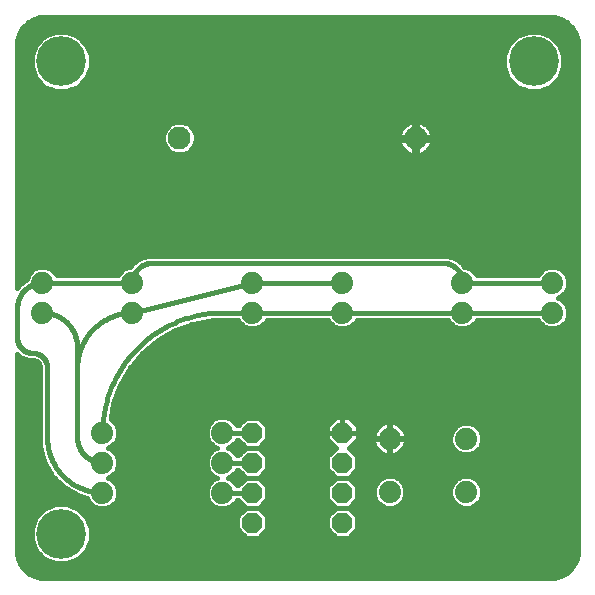
<source format=gtl>
G75*
%MOIN*%
%OFA0B0*%
%FSLAX25Y25*%
%IPPOS*%
%LPD*%
%AMOC8*
5,1,8,0,0,1.08239X$1,22.5*
%
%ADD10C,0.07677*%
%ADD11C,0.07400*%
%ADD12OC8,0.06800*%
%ADD13C,0.01600*%
%ADD14C,0.05906*%
%ADD15C,0.16598*%
D10*
X0072366Y0164886D03*
X0151106Y0164886D03*
D11*
X0166736Y0116736D03*
X0166736Y0106736D03*
X0196736Y0106736D03*
X0196736Y0116736D03*
X0168040Y0064731D03*
X0168040Y0046931D03*
X0142440Y0046931D03*
X0142440Y0064731D03*
X0126736Y0106736D03*
X0126736Y0116736D03*
X0096736Y0116736D03*
X0096736Y0106736D03*
X0056736Y0106736D03*
X0056736Y0116736D03*
X0026736Y0116736D03*
X0026736Y0106736D03*
X0046736Y0066736D03*
X0046736Y0056736D03*
X0046736Y0046736D03*
X0086736Y0046736D03*
X0086736Y0056736D03*
X0086736Y0066736D03*
D12*
X0096736Y0066736D03*
X0096736Y0056736D03*
X0096736Y0046736D03*
X0096736Y0036736D03*
X0126736Y0036736D03*
X0126736Y0046736D03*
X0126736Y0056736D03*
X0126736Y0066736D03*
D13*
X0202937Y0021304D02*
X0020536Y0021304D01*
X0020052Y0021787D02*
X0018826Y0023911D01*
X0018191Y0026280D01*
X0018111Y0027506D01*
X0018111Y0093046D01*
X0019119Y0092038D01*
X0021839Y0090911D01*
X0023311Y0090911D01*
X0023818Y0090861D01*
X0024755Y0090473D01*
X0025473Y0089755D01*
X0025861Y0088818D01*
X0025911Y0088311D01*
X0025911Y0062420D01*
X0027330Y0057123D01*
X0030072Y0052374D01*
X0033949Y0048497D01*
X0033949Y0048497D01*
X0038698Y0045755D01*
X0041744Y0044939D01*
X0042243Y0043734D01*
X0043734Y0042243D01*
X0045682Y0041436D01*
X0047790Y0041436D01*
X0049738Y0042243D01*
X0051229Y0043734D01*
X0052036Y0045682D01*
X0052036Y0047790D01*
X0051229Y0049738D01*
X0049738Y0051229D01*
X0048515Y0051736D01*
X0049738Y0052243D01*
X0051229Y0053734D01*
X0052036Y0055682D01*
X0052036Y0057790D01*
X0051229Y0059738D01*
X0049738Y0061229D01*
X0048515Y0061736D01*
X0049738Y0062243D01*
X0051229Y0063734D01*
X0052036Y0065682D01*
X0052036Y0067790D01*
X0051229Y0069738D01*
X0049738Y0071229D01*
X0049510Y0071324D01*
X0050417Y0076468D01*
X0052659Y0082627D01*
X0055936Y0088303D01*
X0060149Y0093323D01*
X0065170Y0097536D01*
X0070846Y0100813D01*
X0077005Y0103055D01*
X0083459Y0104193D01*
X0086736Y0104336D01*
X0091994Y0104336D01*
X0092243Y0103734D01*
X0093734Y0102243D01*
X0095682Y0101436D01*
X0097790Y0101436D01*
X0099738Y0102243D01*
X0101229Y0103734D01*
X0101479Y0104336D01*
X0121994Y0104336D01*
X0122243Y0103734D01*
X0123734Y0102243D01*
X0125682Y0101436D01*
X0127790Y0101436D01*
X0129738Y0102243D01*
X0131229Y0103734D01*
X0131479Y0104336D01*
X0161994Y0104336D01*
X0162243Y0103734D01*
X0163734Y0102243D01*
X0165682Y0101436D01*
X0167790Y0101436D01*
X0169738Y0102243D01*
X0171229Y0103734D01*
X0171479Y0104336D01*
X0191994Y0104336D01*
X0192243Y0103734D01*
X0193734Y0102243D01*
X0195682Y0101436D01*
X0197790Y0101436D01*
X0199738Y0102243D01*
X0201229Y0103734D01*
X0202036Y0105682D01*
X0202036Y0107790D01*
X0201229Y0109738D01*
X0199738Y0111229D01*
X0198515Y0111736D01*
X0199738Y0112243D01*
X0201229Y0113734D01*
X0202036Y0115682D01*
X0202036Y0117790D01*
X0201229Y0119738D01*
X0199738Y0121229D01*
X0197790Y0122036D01*
X0195682Y0122036D01*
X0193734Y0121229D01*
X0192243Y0119738D01*
X0191994Y0119136D01*
X0171479Y0119136D01*
X0171229Y0119738D01*
X0169738Y0121229D01*
X0167790Y0122036D01*
X0167404Y0122036D01*
X0166587Y0123161D01*
X0166587Y0123161D01*
X0166587Y0123161D01*
X0164287Y0124832D01*
X0164287Y0124832D01*
X0161583Y0125711D01*
X0063788Y0125711D01*
X0061890Y0125711D01*
X0059186Y0124832D01*
X0056886Y0123161D01*
X0056068Y0122036D01*
X0055682Y0122036D01*
X0053734Y0121229D01*
X0052243Y0119738D01*
X0051994Y0119136D01*
X0031479Y0119136D01*
X0031229Y0119738D01*
X0029738Y0121229D01*
X0027790Y0122036D01*
X0025682Y0122036D01*
X0023734Y0121229D01*
X0022243Y0119738D01*
X0021466Y0117863D01*
X0018986Y0116061D01*
X0018111Y0114856D01*
X0018111Y0195966D01*
X0018191Y0197193D01*
X0018826Y0199562D01*
X0020052Y0201686D01*
X0021787Y0203420D01*
X0023911Y0204646D01*
X0026280Y0205281D01*
X0027506Y0205361D01*
X0195966Y0205361D01*
X0197193Y0205281D01*
X0199562Y0204646D01*
X0201686Y0203420D01*
X0203420Y0201686D01*
X0204646Y0199562D01*
X0205281Y0197193D01*
X0205361Y0195966D01*
X0205361Y0027506D01*
X0205281Y0026280D01*
X0204646Y0023911D01*
X0203420Y0021787D01*
X0201686Y0020052D01*
X0199562Y0018826D01*
X0197193Y0018191D01*
X0195966Y0018111D01*
X0027506Y0018111D01*
X0026280Y0018191D01*
X0023911Y0018826D01*
X0021787Y0020052D01*
X0020052Y0021787D01*
X0019409Y0022902D02*
X0204064Y0022902D01*
X0204804Y0024501D02*
X0038354Y0024501D01*
X0038604Y0024604D02*
X0041388Y0027389D01*
X0042895Y0031027D01*
X0042895Y0034965D01*
X0041388Y0038604D01*
X0038604Y0041388D01*
X0034965Y0042895D01*
X0031027Y0042895D01*
X0027389Y0041388D01*
X0024604Y0038604D01*
X0023097Y0034965D01*
X0023097Y0031027D01*
X0024604Y0027389D01*
X0027389Y0024604D01*
X0031027Y0023097D01*
X0034965Y0023097D01*
X0038604Y0024604D01*
X0040099Y0026099D02*
X0205233Y0026099D01*
X0205361Y0027698D02*
X0041516Y0027698D01*
X0042178Y0029296D02*
X0205361Y0029296D01*
X0205361Y0030895D02*
X0042840Y0030895D01*
X0042895Y0032493D02*
X0093908Y0032493D01*
X0094665Y0031736D02*
X0098807Y0031736D01*
X0101736Y0034665D01*
X0101736Y0038807D01*
X0098807Y0041736D01*
X0094665Y0041736D01*
X0091736Y0038807D01*
X0091736Y0034665D01*
X0094665Y0031736D01*
X0092310Y0034092D02*
X0042895Y0034092D01*
X0042595Y0035690D02*
X0091736Y0035690D01*
X0091736Y0037289D02*
X0041933Y0037289D01*
X0041105Y0038887D02*
X0091816Y0038887D01*
X0093415Y0040486D02*
X0039506Y0040486D01*
X0036923Y0042084D02*
X0044118Y0042084D01*
X0042294Y0043683D02*
X0018111Y0043683D01*
X0018111Y0045281D02*
X0040468Y0045281D01*
X0038698Y0045755D02*
X0038698Y0045755D01*
X0036751Y0046880D02*
X0018111Y0046880D01*
X0018111Y0048478D02*
X0033982Y0048478D01*
X0032370Y0050077D02*
X0018111Y0050077D01*
X0018111Y0051675D02*
X0030771Y0051675D01*
X0030072Y0052374D02*
X0030072Y0052374D01*
X0029553Y0053274D02*
X0018111Y0053274D01*
X0018111Y0054872D02*
X0028630Y0054872D01*
X0027707Y0056471D02*
X0018111Y0056471D01*
X0018111Y0058069D02*
X0027077Y0058069D01*
X0027330Y0057123D02*
X0027330Y0057123D01*
X0026648Y0059668D02*
X0018111Y0059668D01*
X0018111Y0061266D02*
X0026220Y0061266D01*
X0025911Y0062865D02*
X0018111Y0062865D01*
X0018111Y0064463D02*
X0025911Y0064463D01*
X0025911Y0066062D02*
X0018111Y0066062D01*
X0018111Y0067660D02*
X0025911Y0067660D01*
X0025911Y0069259D02*
X0018111Y0069259D01*
X0018111Y0070857D02*
X0025911Y0070857D01*
X0025911Y0072456D02*
X0018111Y0072456D01*
X0018111Y0074054D02*
X0025911Y0074054D01*
X0025911Y0075653D02*
X0018111Y0075653D01*
X0018111Y0077251D02*
X0025911Y0077251D01*
X0025911Y0078850D02*
X0018111Y0078850D01*
X0018111Y0080448D02*
X0025911Y0080448D01*
X0025911Y0082047D02*
X0018111Y0082047D01*
X0018111Y0083646D02*
X0025911Y0083646D01*
X0025911Y0085244D02*
X0018111Y0085244D01*
X0018111Y0086843D02*
X0025911Y0086843D01*
X0025898Y0088441D02*
X0018111Y0088441D01*
X0018111Y0090040D02*
X0025189Y0090040D01*
X0028311Y0088311D02*
X0028309Y0088451D01*
X0028303Y0088591D01*
X0028293Y0088731D01*
X0028280Y0088871D01*
X0028262Y0089010D01*
X0028240Y0089149D01*
X0028215Y0089286D01*
X0028186Y0089424D01*
X0028153Y0089560D01*
X0028116Y0089695D01*
X0028075Y0089829D01*
X0028030Y0089962D01*
X0027982Y0090094D01*
X0027930Y0090224D01*
X0027875Y0090353D01*
X0027816Y0090480D01*
X0027753Y0090606D01*
X0027687Y0090730D01*
X0027618Y0090851D01*
X0027545Y0090971D01*
X0027468Y0091089D01*
X0027389Y0091204D01*
X0027306Y0091318D01*
X0027220Y0091428D01*
X0027131Y0091537D01*
X0027039Y0091643D01*
X0026944Y0091746D01*
X0026847Y0091847D01*
X0026746Y0091944D01*
X0026643Y0092039D01*
X0026537Y0092131D01*
X0026428Y0092220D01*
X0026318Y0092306D01*
X0026204Y0092389D01*
X0026089Y0092468D01*
X0025971Y0092545D01*
X0025851Y0092618D01*
X0025730Y0092687D01*
X0025606Y0092753D01*
X0025480Y0092816D01*
X0025353Y0092875D01*
X0025224Y0092930D01*
X0025094Y0092982D01*
X0024962Y0093030D01*
X0024829Y0093075D01*
X0024695Y0093116D01*
X0024560Y0093153D01*
X0024424Y0093186D01*
X0024286Y0093215D01*
X0024149Y0093240D01*
X0024010Y0093262D01*
X0023871Y0093280D01*
X0023731Y0093293D01*
X0023591Y0093303D01*
X0023451Y0093309D01*
X0023311Y0093311D01*
X0026736Y0106736D02*
X0027016Y0106733D01*
X0027295Y0106722D01*
X0027574Y0106706D01*
X0027853Y0106682D01*
X0028131Y0106652D01*
X0028408Y0106615D01*
X0028685Y0106571D01*
X0028960Y0106520D01*
X0029234Y0106463D01*
X0029506Y0106400D01*
X0029777Y0106329D01*
X0030046Y0106253D01*
X0030313Y0106169D01*
X0030578Y0106080D01*
X0030841Y0105984D01*
X0031101Y0105881D01*
X0031359Y0105773D01*
X0031614Y0105658D01*
X0031866Y0105537D01*
X0032115Y0105410D01*
X0032361Y0105277D01*
X0032604Y0105138D01*
X0032843Y0104994D01*
X0033079Y0104843D01*
X0033311Y0104687D01*
X0033540Y0104525D01*
X0033764Y0104358D01*
X0033984Y0104186D01*
X0034200Y0104008D01*
X0034412Y0103825D01*
X0034619Y0103637D01*
X0034821Y0103444D01*
X0035019Y0103246D01*
X0035212Y0103044D01*
X0035400Y0102837D01*
X0035583Y0102625D01*
X0035761Y0102409D01*
X0035933Y0102189D01*
X0036100Y0101965D01*
X0036262Y0101736D01*
X0036418Y0101504D01*
X0036569Y0101268D01*
X0036713Y0101029D01*
X0036852Y0100786D01*
X0036985Y0100540D01*
X0037112Y0100291D01*
X0037233Y0100039D01*
X0037348Y0099784D01*
X0037456Y0099526D01*
X0037559Y0099266D01*
X0037655Y0099003D01*
X0037744Y0098738D01*
X0037828Y0098471D01*
X0037904Y0098202D01*
X0037975Y0097931D01*
X0038038Y0097659D01*
X0038095Y0097385D01*
X0038146Y0097110D01*
X0038190Y0096833D01*
X0038227Y0096556D01*
X0038257Y0096278D01*
X0038281Y0095999D01*
X0038297Y0095720D01*
X0038308Y0095441D01*
X0038311Y0095161D01*
X0038311Y0088311D01*
X0038311Y0083311D01*
X0038311Y0065161D01*
X0038313Y0064957D01*
X0038321Y0064754D01*
X0038333Y0064551D01*
X0038350Y0064348D01*
X0038372Y0064145D01*
X0038399Y0063944D01*
X0038431Y0063743D01*
X0038468Y0063542D01*
X0038509Y0063343D01*
X0038556Y0063145D01*
X0038607Y0062948D01*
X0038663Y0062752D01*
X0038723Y0062558D01*
X0038789Y0062365D01*
X0038858Y0062173D01*
X0038933Y0061984D01*
X0039012Y0061796D01*
X0039096Y0061611D01*
X0039184Y0061427D01*
X0039276Y0061246D01*
X0039373Y0061067D01*
X0039474Y0060890D01*
X0039579Y0060716D01*
X0039689Y0060544D01*
X0039802Y0060375D01*
X0039920Y0060209D01*
X0040042Y0060046D01*
X0040167Y0059885D01*
X0040297Y0059728D01*
X0040430Y0059574D01*
X0040567Y0059423D01*
X0040707Y0059276D01*
X0040851Y0059132D01*
X0040998Y0058992D01*
X0041149Y0058855D01*
X0041303Y0058722D01*
X0041460Y0058592D01*
X0041621Y0058467D01*
X0041784Y0058345D01*
X0041950Y0058227D01*
X0042119Y0058114D01*
X0042291Y0058004D01*
X0042465Y0057899D01*
X0042642Y0057798D01*
X0042821Y0057701D01*
X0043002Y0057609D01*
X0043186Y0057521D01*
X0043371Y0057437D01*
X0043559Y0057358D01*
X0043748Y0057283D01*
X0043940Y0057214D01*
X0044133Y0057148D01*
X0044327Y0057088D01*
X0044523Y0057032D01*
X0044720Y0056981D01*
X0044918Y0056934D01*
X0045117Y0056893D01*
X0045318Y0056856D01*
X0045519Y0056824D01*
X0045720Y0056797D01*
X0045923Y0056775D01*
X0046126Y0056758D01*
X0046329Y0056746D01*
X0046532Y0056738D01*
X0046736Y0056736D01*
X0050769Y0053274D02*
X0082703Y0053274D01*
X0082243Y0053734D02*
X0083734Y0052243D01*
X0084958Y0051736D01*
X0083734Y0051229D01*
X0082243Y0049738D01*
X0081436Y0047790D01*
X0081436Y0045682D01*
X0082243Y0043734D01*
X0083734Y0042243D01*
X0085682Y0041436D01*
X0087790Y0041436D01*
X0089738Y0042243D01*
X0091229Y0043734D01*
X0091479Y0044336D01*
X0092065Y0044336D01*
X0094665Y0041736D01*
X0098807Y0041736D01*
X0101736Y0044665D01*
X0101736Y0048807D01*
X0098807Y0051736D01*
X0094665Y0051736D01*
X0092065Y0049136D01*
X0091479Y0049136D01*
X0091229Y0049738D01*
X0089738Y0051229D01*
X0088515Y0051736D01*
X0089738Y0052243D01*
X0091229Y0053734D01*
X0091479Y0054336D01*
X0092065Y0054336D01*
X0094665Y0051736D01*
X0098807Y0051736D01*
X0101736Y0054665D01*
X0101736Y0058807D01*
X0098807Y0061736D01*
X0094665Y0061736D01*
X0092065Y0059136D01*
X0091479Y0059136D01*
X0091229Y0059738D01*
X0089738Y0061229D01*
X0088515Y0061736D01*
X0089738Y0062243D01*
X0091229Y0063734D01*
X0091479Y0064336D01*
X0092065Y0064336D01*
X0094665Y0061736D01*
X0098807Y0061736D01*
X0101736Y0064665D01*
X0101736Y0068807D01*
X0098807Y0071736D01*
X0094665Y0071736D01*
X0092065Y0069136D01*
X0091479Y0069136D01*
X0091229Y0069738D01*
X0089738Y0071229D01*
X0087790Y0072036D01*
X0085682Y0072036D01*
X0083734Y0071229D01*
X0082243Y0069738D01*
X0081436Y0067790D01*
X0081436Y0065682D01*
X0082243Y0063734D01*
X0083734Y0062243D01*
X0084958Y0061736D01*
X0083734Y0061229D01*
X0082243Y0059738D01*
X0081436Y0057790D01*
X0081436Y0055682D01*
X0082243Y0053734D01*
X0081772Y0054872D02*
X0051701Y0054872D01*
X0052036Y0056471D02*
X0081436Y0056471D01*
X0081552Y0058069D02*
X0051921Y0058069D01*
X0051259Y0059668D02*
X0082214Y0059668D01*
X0083823Y0061266D02*
X0049649Y0061266D01*
X0050360Y0062865D02*
X0083112Y0062865D01*
X0081941Y0064463D02*
X0051531Y0064463D01*
X0052036Y0066062D02*
X0081436Y0066062D01*
X0081436Y0067660D02*
X0052036Y0067660D01*
X0051428Y0069259D02*
X0082044Y0069259D01*
X0083362Y0070857D02*
X0050110Y0070857D01*
X0049710Y0072456D02*
X0205361Y0072456D01*
X0205361Y0074054D02*
X0049992Y0074054D01*
X0050274Y0075653D02*
X0205361Y0075653D01*
X0205361Y0077251D02*
X0050703Y0077251D01*
X0051284Y0078850D02*
X0205361Y0078850D01*
X0205361Y0080448D02*
X0051866Y0080448D01*
X0052448Y0082047D02*
X0205361Y0082047D01*
X0205361Y0083646D02*
X0053247Y0083646D01*
X0054170Y0085244D02*
X0205361Y0085244D01*
X0205361Y0086843D02*
X0055093Y0086843D01*
X0056052Y0088441D02*
X0205361Y0088441D01*
X0205361Y0090040D02*
X0057393Y0090040D01*
X0056736Y0106736D02*
X0056291Y0106731D01*
X0055846Y0106714D01*
X0055401Y0106688D01*
X0054958Y0106650D01*
X0054515Y0106602D01*
X0054074Y0106543D01*
X0053634Y0106473D01*
X0053196Y0106393D01*
X0052760Y0106302D01*
X0052327Y0106201D01*
X0051896Y0106089D01*
X0051467Y0105967D01*
X0051042Y0105834D01*
X0050621Y0105692D01*
X0050202Y0105539D01*
X0049788Y0105376D01*
X0049378Y0105203D01*
X0048972Y0105020D01*
X0048570Y0104828D01*
X0048173Y0104626D01*
X0047782Y0104414D01*
X0047395Y0104193D01*
X0047014Y0103962D01*
X0046639Y0103723D01*
X0046269Y0103474D01*
X0045906Y0103217D01*
X0045549Y0102951D01*
X0045199Y0102676D01*
X0044855Y0102394D01*
X0044518Y0102102D01*
X0044188Y0101803D01*
X0043866Y0101496D01*
X0043551Y0101181D01*
X0043244Y0100859D01*
X0042945Y0100529D01*
X0042653Y0100192D01*
X0042371Y0099848D01*
X0042096Y0099498D01*
X0041830Y0099141D01*
X0041573Y0098778D01*
X0041324Y0098408D01*
X0041085Y0098033D01*
X0040854Y0097652D01*
X0040633Y0097265D01*
X0040421Y0096874D01*
X0040219Y0096477D01*
X0040027Y0096075D01*
X0039844Y0095669D01*
X0039671Y0095259D01*
X0039508Y0094845D01*
X0039355Y0094426D01*
X0039213Y0094005D01*
X0039080Y0093580D01*
X0038958Y0093151D01*
X0038846Y0092720D01*
X0038745Y0092287D01*
X0038654Y0091851D01*
X0038574Y0091413D01*
X0038504Y0090973D01*
X0038445Y0090532D01*
X0038397Y0090089D01*
X0038359Y0089646D01*
X0038333Y0089201D01*
X0038316Y0088756D01*
X0038311Y0088311D01*
X0028311Y0088311D02*
X0028311Y0065161D01*
X0028316Y0064716D01*
X0028333Y0064271D01*
X0028359Y0063826D01*
X0028397Y0063383D01*
X0028445Y0062940D01*
X0028504Y0062499D01*
X0028574Y0062059D01*
X0028654Y0061621D01*
X0028745Y0061185D01*
X0028846Y0060752D01*
X0028958Y0060321D01*
X0029080Y0059892D01*
X0029213Y0059467D01*
X0029355Y0059046D01*
X0029508Y0058627D01*
X0029671Y0058213D01*
X0029844Y0057803D01*
X0030027Y0057397D01*
X0030219Y0056995D01*
X0030421Y0056598D01*
X0030633Y0056207D01*
X0030854Y0055820D01*
X0031085Y0055439D01*
X0031324Y0055064D01*
X0031573Y0054694D01*
X0031830Y0054331D01*
X0032096Y0053974D01*
X0032371Y0053624D01*
X0032653Y0053280D01*
X0032945Y0052943D01*
X0033244Y0052613D01*
X0033551Y0052291D01*
X0033866Y0051976D01*
X0034188Y0051669D01*
X0034518Y0051370D01*
X0034855Y0051078D01*
X0035199Y0050796D01*
X0035549Y0050521D01*
X0035906Y0050255D01*
X0036269Y0049998D01*
X0036639Y0049749D01*
X0037014Y0049510D01*
X0037395Y0049279D01*
X0037782Y0049058D01*
X0038173Y0048846D01*
X0038570Y0048644D01*
X0038972Y0048452D01*
X0039378Y0048269D01*
X0039788Y0048096D01*
X0040202Y0047933D01*
X0040621Y0047780D01*
X0041042Y0047638D01*
X0041467Y0047505D01*
X0041896Y0047383D01*
X0042327Y0047271D01*
X0042760Y0047170D01*
X0043196Y0047079D01*
X0043634Y0046999D01*
X0044074Y0046929D01*
X0044515Y0046870D01*
X0044958Y0046822D01*
X0045401Y0046784D01*
X0045846Y0046758D01*
X0046291Y0046741D01*
X0046736Y0046736D01*
X0050891Y0050077D02*
X0082581Y0050077D01*
X0081721Y0048478D02*
X0051751Y0048478D01*
X0052036Y0046880D02*
X0081436Y0046880D01*
X0081602Y0045281D02*
X0051870Y0045281D01*
X0051178Y0043683D02*
X0082294Y0043683D01*
X0084118Y0042084D02*
X0049355Y0042084D01*
X0048662Y0051675D02*
X0084811Y0051675D01*
X0088662Y0051675D02*
X0094604Y0051675D01*
X0093128Y0053274D02*
X0090769Y0053274D01*
X0090891Y0050077D02*
X0093006Y0050077D01*
X0096736Y0046736D02*
X0086736Y0046736D01*
X0089355Y0042084D02*
X0094317Y0042084D01*
X0092719Y0043683D02*
X0091178Y0043683D01*
X0099155Y0042084D02*
X0124317Y0042084D01*
X0124665Y0041736D02*
X0121736Y0038807D01*
X0121736Y0034665D01*
X0124665Y0031736D01*
X0128807Y0031736D01*
X0131736Y0034665D01*
X0131736Y0038807D01*
X0128807Y0041736D01*
X0124665Y0041736D01*
X0128807Y0041736D01*
X0131736Y0044665D01*
X0131736Y0048807D01*
X0128807Y0051736D01*
X0124665Y0051736D01*
X0121736Y0048807D01*
X0121736Y0044665D01*
X0124665Y0041736D01*
X0123415Y0040486D02*
X0100058Y0040486D01*
X0101656Y0038887D02*
X0121816Y0038887D01*
X0121736Y0037289D02*
X0101736Y0037289D01*
X0101736Y0035690D02*
X0121736Y0035690D01*
X0122310Y0034092D02*
X0101163Y0034092D01*
X0099564Y0032493D02*
X0123908Y0032493D01*
X0129564Y0032493D02*
X0205361Y0032493D01*
X0205361Y0034092D02*
X0131163Y0034092D01*
X0131736Y0035690D02*
X0205361Y0035690D01*
X0205361Y0037289D02*
X0131736Y0037289D01*
X0131656Y0038887D02*
X0205361Y0038887D01*
X0205361Y0040486D02*
X0130058Y0040486D01*
X0129155Y0042084D02*
X0140291Y0042084D01*
X0139438Y0042438D02*
X0141386Y0041631D01*
X0143494Y0041631D01*
X0145442Y0042438D01*
X0146933Y0043928D01*
X0147740Y0045876D01*
X0147740Y0047985D01*
X0146933Y0049933D01*
X0145442Y0051424D01*
X0143494Y0052231D01*
X0141386Y0052231D01*
X0139438Y0051424D01*
X0137947Y0049933D01*
X0137140Y0047985D01*
X0137140Y0045876D01*
X0137947Y0043928D01*
X0139438Y0042438D01*
X0138193Y0043683D02*
X0130754Y0043683D01*
X0131736Y0045281D02*
X0137387Y0045281D01*
X0137140Y0046880D02*
X0131736Y0046880D01*
X0131736Y0048478D02*
X0137345Y0048478D01*
X0138091Y0050077D02*
X0130467Y0050077D01*
X0128868Y0051675D02*
X0140045Y0051675D01*
X0144835Y0051675D02*
X0165645Y0051675D01*
X0165038Y0051424D02*
X0166986Y0052231D01*
X0169094Y0052231D01*
X0171042Y0051424D01*
X0172533Y0049933D01*
X0173340Y0047985D01*
X0173340Y0045876D01*
X0172533Y0043928D01*
X0171042Y0042438D01*
X0169094Y0041631D01*
X0166986Y0041631D01*
X0165038Y0042438D01*
X0163547Y0043928D01*
X0162740Y0045876D01*
X0162740Y0047985D01*
X0163547Y0049933D01*
X0165038Y0051424D01*
X0163691Y0050077D02*
X0146789Y0050077D01*
X0147536Y0048478D02*
X0162945Y0048478D01*
X0162740Y0046880D02*
X0147740Y0046880D01*
X0147494Y0045281D02*
X0162987Y0045281D01*
X0163793Y0043683D02*
X0146688Y0043683D01*
X0144589Y0042084D02*
X0165891Y0042084D01*
X0170189Y0042084D02*
X0205361Y0042084D01*
X0205361Y0043683D02*
X0172288Y0043683D01*
X0173094Y0045281D02*
X0205361Y0045281D01*
X0205361Y0046880D02*
X0173340Y0046880D01*
X0173136Y0048478D02*
X0205361Y0048478D01*
X0205361Y0050077D02*
X0172389Y0050077D01*
X0170435Y0051675D02*
X0205361Y0051675D01*
X0205361Y0053274D02*
X0130345Y0053274D01*
X0131736Y0054665D02*
X0131736Y0058807D01*
X0128949Y0061595D01*
X0131936Y0064582D01*
X0131936Y0066736D01*
X0126736Y0066736D01*
X0121536Y0066736D01*
X0121536Y0064582D01*
X0124524Y0061595D01*
X0121736Y0058807D01*
X0121736Y0054665D01*
X0124665Y0051736D01*
X0128807Y0051736D01*
X0131736Y0054665D01*
X0131736Y0054872D02*
X0205361Y0054872D01*
X0205361Y0056471D02*
X0131736Y0056471D01*
X0131736Y0058069D02*
X0205361Y0058069D01*
X0205361Y0059668D02*
X0169667Y0059668D01*
X0169094Y0059431D02*
X0171042Y0060238D01*
X0172533Y0061728D01*
X0173340Y0063676D01*
X0173340Y0065785D01*
X0172533Y0067733D01*
X0171042Y0069224D01*
X0169094Y0070031D01*
X0166986Y0070031D01*
X0165038Y0069224D01*
X0163547Y0067733D01*
X0162740Y0065785D01*
X0162740Y0063676D01*
X0163547Y0061728D01*
X0165038Y0060238D01*
X0166986Y0059431D01*
X0169094Y0059431D01*
X0166413Y0059668D02*
X0144619Y0059668D01*
X0144551Y0059634D02*
X0145323Y0060027D01*
X0146023Y0060536D01*
X0146635Y0061148D01*
X0147144Y0061848D01*
X0147537Y0062619D01*
X0147805Y0063443D01*
X0147940Y0064298D01*
X0147940Y0064531D01*
X0142640Y0064531D01*
X0142640Y0064931D01*
X0142240Y0064931D01*
X0142240Y0070231D01*
X0142007Y0070231D01*
X0141152Y0070095D01*
X0140329Y0069828D01*
X0139558Y0069435D01*
X0138857Y0068926D01*
X0138245Y0068314D01*
X0137736Y0067613D01*
X0137343Y0066842D01*
X0137076Y0066019D01*
X0136940Y0065164D01*
X0136940Y0064931D01*
X0142240Y0064931D01*
X0142240Y0064531D01*
X0136940Y0064531D01*
X0136940Y0064298D01*
X0137076Y0063443D01*
X0137343Y0062619D01*
X0137736Y0061848D01*
X0138245Y0061148D01*
X0138857Y0060536D01*
X0139558Y0060027D01*
X0140329Y0059634D01*
X0141152Y0059366D01*
X0142007Y0059231D01*
X0142240Y0059231D01*
X0142240Y0064531D01*
X0142640Y0064531D01*
X0142640Y0059231D01*
X0142873Y0059231D01*
X0143728Y0059366D01*
X0144551Y0059634D01*
X0142640Y0059668D02*
X0142240Y0059668D01*
X0142240Y0061266D02*
X0142640Y0061266D01*
X0142640Y0062865D02*
X0142240Y0062865D01*
X0142240Y0064463D02*
X0142640Y0064463D01*
X0142640Y0064931D02*
X0147940Y0064931D01*
X0147940Y0065164D01*
X0147805Y0066019D01*
X0147537Y0066842D01*
X0147144Y0067613D01*
X0146635Y0068314D01*
X0146023Y0068926D01*
X0145323Y0069435D01*
X0144551Y0069828D01*
X0143728Y0070095D01*
X0142873Y0070231D01*
X0142640Y0070231D01*
X0142640Y0064931D01*
X0142640Y0066062D02*
X0142240Y0066062D01*
X0142240Y0067660D02*
X0142640Y0067660D01*
X0142640Y0069259D02*
X0142240Y0069259D01*
X0139316Y0069259D02*
X0131567Y0069259D01*
X0131936Y0068890D02*
X0131936Y0066736D01*
X0126736Y0066736D01*
X0126736Y0066736D01*
X0121536Y0066736D01*
X0121536Y0068890D01*
X0124582Y0071936D01*
X0126736Y0071936D01*
X0126736Y0066736D01*
X0126736Y0066736D01*
X0126736Y0066736D01*
X0126736Y0071936D01*
X0128890Y0071936D01*
X0131936Y0068890D01*
X0131936Y0067660D02*
X0137770Y0067660D01*
X0137090Y0066062D02*
X0131936Y0066062D01*
X0131817Y0064463D02*
X0136940Y0064463D01*
X0137263Y0062865D02*
X0130219Y0062865D01*
X0129277Y0061266D02*
X0138159Y0061266D01*
X0140262Y0059668D02*
X0130876Y0059668D01*
X0124195Y0061266D02*
X0099277Y0061266D01*
X0099936Y0062865D02*
X0123254Y0062865D01*
X0121655Y0064463D02*
X0101534Y0064463D01*
X0101736Y0066062D02*
X0121536Y0066062D01*
X0121536Y0067660D02*
X0101736Y0067660D01*
X0101285Y0069259D02*
X0121905Y0069259D01*
X0123504Y0070857D02*
X0099686Y0070857D01*
X0096736Y0066736D02*
X0086736Y0066736D01*
X0086736Y0106736D02*
X0085769Y0106724D01*
X0084803Y0106689D01*
X0083839Y0106631D01*
X0082875Y0106549D01*
X0081915Y0106444D01*
X0080956Y0106316D01*
X0080002Y0106165D01*
X0079051Y0105991D01*
X0078105Y0105794D01*
X0077163Y0105574D01*
X0076228Y0105331D01*
X0075298Y0105066D01*
X0074375Y0104778D01*
X0073460Y0104468D01*
X0072552Y0104137D01*
X0071652Y0103783D01*
X0070761Y0103408D01*
X0069880Y0103011D01*
X0069008Y0102593D01*
X0068147Y0102154D01*
X0067297Y0101695D01*
X0066458Y0101215D01*
X0065630Y0100715D01*
X0064815Y0100195D01*
X0064013Y0099655D01*
X0063225Y0099097D01*
X0062449Y0098519D01*
X0061689Y0097923D01*
X0060942Y0097309D01*
X0060211Y0096676D01*
X0059495Y0096027D01*
X0058796Y0095360D01*
X0058112Y0094676D01*
X0057445Y0093977D01*
X0056796Y0093261D01*
X0056163Y0092530D01*
X0055549Y0091783D01*
X0054953Y0091023D01*
X0054375Y0090247D01*
X0053817Y0089459D01*
X0053277Y0088657D01*
X0052757Y0087842D01*
X0052257Y0087014D01*
X0051777Y0086175D01*
X0051318Y0085325D01*
X0050879Y0084464D01*
X0050461Y0083592D01*
X0050064Y0082711D01*
X0049689Y0081820D01*
X0049335Y0080920D01*
X0049004Y0080012D01*
X0048694Y0079097D01*
X0048406Y0078174D01*
X0048141Y0077244D01*
X0047898Y0076309D01*
X0047678Y0075367D01*
X0047481Y0074421D01*
X0047307Y0073470D01*
X0047156Y0072516D01*
X0047028Y0071557D01*
X0046923Y0070597D01*
X0046841Y0069633D01*
X0046783Y0068669D01*
X0046748Y0067703D01*
X0046736Y0066736D01*
X0029069Y0042084D02*
X0018111Y0042084D01*
X0018111Y0040486D02*
X0026486Y0040486D01*
X0024888Y0038887D02*
X0018111Y0038887D01*
X0018111Y0037289D02*
X0024059Y0037289D01*
X0023397Y0035690D02*
X0018111Y0035690D01*
X0018111Y0034092D02*
X0023097Y0034092D01*
X0023097Y0032493D02*
X0018111Y0032493D01*
X0018111Y0030895D02*
X0023152Y0030895D01*
X0023814Y0029296D02*
X0018111Y0029296D01*
X0018111Y0027698D02*
X0024476Y0027698D01*
X0025893Y0026099D02*
X0018240Y0026099D01*
X0018668Y0024501D02*
X0027638Y0024501D01*
X0022388Y0019705D02*
X0201084Y0019705D01*
X0205361Y0061266D02*
X0172071Y0061266D01*
X0173004Y0062865D02*
X0205361Y0062865D01*
X0205361Y0064463D02*
X0173340Y0064463D01*
X0173225Y0066062D02*
X0205361Y0066062D01*
X0205361Y0067660D02*
X0172563Y0067660D01*
X0170958Y0069259D02*
X0205361Y0069259D01*
X0205361Y0070857D02*
X0129969Y0070857D01*
X0126736Y0070857D02*
X0126736Y0070857D01*
X0126736Y0069259D02*
X0126736Y0069259D01*
X0126736Y0067660D02*
X0126736Y0067660D01*
X0122597Y0059668D02*
X0100876Y0059668D01*
X0101736Y0058069D02*
X0121736Y0058069D01*
X0121736Y0056471D02*
X0101736Y0056471D01*
X0101736Y0054872D02*
X0121736Y0054872D01*
X0123128Y0053274D02*
X0100345Y0053274D01*
X0098868Y0051675D02*
X0124604Y0051675D01*
X0123006Y0050077D02*
X0100467Y0050077D01*
X0101736Y0048478D02*
X0121736Y0048478D01*
X0121736Y0046880D02*
X0101736Y0046880D01*
X0101736Y0045281D02*
X0121736Y0045281D01*
X0122719Y0043683D02*
X0100754Y0043683D01*
X0096736Y0056736D02*
X0086736Y0056736D01*
X0089649Y0061266D02*
X0094195Y0061266D01*
X0093537Y0062865D02*
X0090360Y0062865D01*
X0091259Y0059668D02*
X0092597Y0059668D01*
X0092188Y0069259D02*
X0091428Y0069259D01*
X0090110Y0070857D02*
X0093786Y0070857D01*
X0066028Y0098032D02*
X0205361Y0098032D01*
X0205361Y0096434D02*
X0063856Y0096434D01*
X0061951Y0094835D02*
X0205361Y0094835D01*
X0205361Y0093237D02*
X0060076Y0093237D01*
X0058735Y0091638D02*
X0205361Y0091638D01*
X0205361Y0099631D02*
X0068797Y0099631D01*
X0071988Y0101229D02*
X0205361Y0101229D01*
X0205361Y0102828D02*
X0200323Y0102828D01*
X0201516Y0104426D02*
X0205361Y0104426D01*
X0205361Y0106025D02*
X0202036Y0106025D01*
X0202036Y0107623D02*
X0205361Y0107623D01*
X0205361Y0109222D02*
X0201443Y0109222D01*
X0200148Y0110820D02*
X0205361Y0110820D01*
X0205361Y0112419D02*
X0199914Y0112419D01*
X0201347Y0114017D02*
X0205361Y0114017D01*
X0205361Y0115616D02*
X0202009Y0115616D01*
X0202036Y0117214D02*
X0205361Y0117214D01*
X0205361Y0118813D02*
X0201613Y0118813D01*
X0200556Y0120411D02*
X0205361Y0120411D01*
X0205361Y0122010D02*
X0197854Y0122010D01*
X0195618Y0122010D02*
X0167854Y0122010D01*
X0165972Y0123608D02*
X0205361Y0123608D01*
X0205361Y0125207D02*
X0163135Y0125207D01*
X0160161Y0123311D02*
X0063311Y0123311D01*
X0060338Y0125207D02*
X0018111Y0125207D01*
X0018111Y0126805D02*
X0205361Y0126805D01*
X0205361Y0128404D02*
X0018111Y0128404D01*
X0018111Y0130002D02*
X0205361Y0130002D01*
X0205361Y0131601D02*
X0018111Y0131601D01*
X0018111Y0133199D02*
X0205361Y0133199D01*
X0205361Y0134798D02*
X0018111Y0134798D01*
X0018111Y0136396D02*
X0205361Y0136396D01*
X0205361Y0137995D02*
X0018111Y0137995D01*
X0018111Y0139593D02*
X0205361Y0139593D01*
X0205361Y0141192D02*
X0018111Y0141192D01*
X0018111Y0142790D02*
X0205361Y0142790D01*
X0205361Y0144389D02*
X0018111Y0144389D01*
X0018111Y0145987D02*
X0205361Y0145987D01*
X0205361Y0147586D02*
X0018111Y0147586D01*
X0018111Y0149184D02*
X0205361Y0149184D01*
X0205361Y0150783D02*
X0018111Y0150783D01*
X0018111Y0152382D02*
X0205361Y0152382D01*
X0205361Y0153980D02*
X0018111Y0153980D01*
X0018111Y0155579D02*
X0205361Y0155579D01*
X0205361Y0157177D02*
X0018111Y0157177D01*
X0018111Y0158776D02*
X0205361Y0158776D01*
X0205361Y0160374D02*
X0154489Y0160374D01*
X0154780Y0160585D02*
X0155407Y0161213D01*
X0155929Y0161931D01*
X0156332Y0162721D01*
X0156606Y0163565D01*
X0156739Y0164406D01*
X0151586Y0164406D01*
X0151586Y0159253D01*
X0152427Y0159386D01*
X0153271Y0159660D01*
X0154062Y0160063D01*
X0154780Y0160585D01*
X0155950Y0161973D02*
X0205361Y0161973D01*
X0205361Y0163571D02*
X0156607Y0163571D01*
X0156739Y0165365D02*
X0156606Y0166206D01*
X0156332Y0167050D01*
X0155929Y0167841D01*
X0155407Y0168559D01*
X0154780Y0169187D01*
X0154062Y0169708D01*
X0153271Y0170111D01*
X0152427Y0170386D01*
X0151586Y0170519D01*
X0151586Y0165365D01*
X0156739Y0165365D01*
X0156423Y0166768D02*
X0205361Y0166768D01*
X0205361Y0165170D02*
X0151586Y0165170D01*
X0151586Y0165365D02*
X0151586Y0164406D01*
X0150627Y0164406D01*
X0150627Y0159253D01*
X0149786Y0159386D01*
X0148942Y0159660D01*
X0148151Y0160063D01*
X0147433Y0160585D01*
X0146805Y0161213D01*
X0146284Y0161931D01*
X0145881Y0162721D01*
X0145607Y0163565D01*
X0145473Y0164406D01*
X0150627Y0164406D01*
X0150627Y0165365D01*
X0145473Y0165365D01*
X0145607Y0166206D01*
X0145881Y0167050D01*
X0146284Y0167841D01*
X0146805Y0168559D01*
X0147433Y0169187D01*
X0148151Y0169708D01*
X0148942Y0170111D01*
X0149786Y0170386D01*
X0150627Y0170519D01*
X0150627Y0165365D01*
X0151586Y0165365D01*
X0150627Y0165170D02*
X0077805Y0165170D01*
X0077805Y0165968D02*
X0077805Y0163804D01*
X0076977Y0161805D01*
X0075447Y0160275D01*
X0073448Y0159447D01*
X0071284Y0159447D01*
X0069285Y0160275D01*
X0067756Y0161805D01*
X0066928Y0163804D01*
X0066928Y0165968D01*
X0067756Y0167967D01*
X0069285Y0169496D01*
X0071284Y0170324D01*
X0073448Y0170324D01*
X0075447Y0169496D01*
X0076977Y0167967D01*
X0077805Y0165968D01*
X0077473Y0166768D02*
X0145789Y0166768D01*
X0146666Y0168367D02*
X0076577Y0168367D01*
X0074315Y0169965D02*
X0148655Y0169965D01*
X0150627Y0169965D02*
X0151586Y0169965D01*
X0151586Y0168367D02*
X0150627Y0168367D01*
X0150627Y0166768D02*
X0151586Y0166768D01*
X0151586Y0163571D02*
X0150627Y0163571D01*
X0150627Y0161973D02*
X0151586Y0161973D01*
X0151586Y0160374D02*
X0150627Y0160374D01*
X0147723Y0160374D02*
X0075546Y0160374D01*
X0077046Y0161973D02*
X0146262Y0161973D01*
X0145606Y0163571D02*
X0077708Y0163571D01*
X0070417Y0169965D02*
X0018111Y0169965D01*
X0018111Y0168367D02*
X0068156Y0168367D01*
X0067259Y0166768D02*
X0018111Y0166768D01*
X0018111Y0165170D02*
X0066928Y0165170D01*
X0067024Y0163571D02*
X0018111Y0163571D01*
X0018111Y0161973D02*
X0067686Y0161973D01*
X0069187Y0160374D02*
X0018111Y0160374D01*
X0018111Y0171564D02*
X0205361Y0171564D01*
X0205361Y0173162D02*
X0018111Y0173162D01*
X0018111Y0174761D02*
X0205361Y0174761D01*
X0205361Y0176359D02*
X0018111Y0176359D01*
X0018111Y0177958D02*
X0205361Y0177958D01*
X0205361Y0179556D02*
X0018111Y0179556D01*
X0018111Y0181155D02*
X0029633Y0181155D01*
X0031027Y0180577D02*
X0034965Y0180577D01*
X0038604Y0182084D01*
X0041388Y0184869D01*
X0042895Y0188507D01*
X0042895Y0192445D01*
X0041388Y0196084D01*
X0038604Y0198869D01*
X0034965Y0200376D01*
X0031027Y0200376D01*
X0027389Y0198869D01*
X0024604Y0196084D01*
X0023097Y0192445D01*
X0023097Y0188507D01*
X0024604Y0184869D01*
X0027389Y0182084D01*
X0031027Y0180577D01*
X0026720Y0182753D02*
X0018111Y0182753D01*
X0018111Y0184352D02*
X0025121Y0184352D01*
X0024156Y0185950D02*
X0018111Y0185950D01*
X0018111Y0187549D02*
X0023494Y0187549D01*
X0023097Y0189147D02*
X0018111Y0189147D01*
X0018111Y0190746D02*
X0023097Y0190746D01*
X0023097Y0192344D02*
X0018111Y0192344D01*
X0018111Y0193943D02*
X0023717Y0193943D01*
X0024379Y0195541D02*
X0018111Y0195541D01*
X0018188Y0197140D02*
X0025660Y0197140D01*
X0027258Y0198738D02*
X0018606Y0198738D01*
X0018826Y0199562D02*
X0018826Y0199562D01*
X0019274Y0200337D02*
X0030933Y0200337D01*
X0035059Y0200337D02*
X0188414Y0200337D01*
X0188507Y0200376D02*
X0184869Y0198869D01*
X0182084Y0196084D01*
X0180577Y0192445D01*
X0180577Y0188507D01*
X0182084Y0184869D01*
X0184869Y0182084D01*
X0188507Y0180577D01*
X0192445Y0180577D01*
X0196084Y0182084D01*
X0198869Y0184869D01*
X0200376Y0188507D01*
X0200376Y0192445D01*
X0198869Y0196084D01*
X0196084Y0198869D01*
X0192445Y0200376D01*
X0188507Y0200376D01*
X0192539Y0200337D02*
X0204199Y0200337D01*
X0204867Y0198738D02*
X0196214Y0198738D01*
X0197813Y0197140D02*
X0205284Y0197140D01*
X0205361Y0195541D02*
X0199093Y0195541D01*
X0199755Y0193943D02*
X0205361Y0193943D01*
X0205361Y0192344D02*
X0200376Y0192344D01*
X0200376Y0190746D02*
X0205361Y0190746D01*
X0205361Y0189147D02*
X0200376Y0189147D01*
X0199979Y0187549D02*
X0205361Y0187549D01*
X0205361Y0185950D02*
X0199316Y0185950D01*
X0198351Y0184352D02*
X0205361Y0184352D01*
X0205361Y0182753D02*
X0196753Y0182753D01*
X0193840Y0181155D02*
X0205361Y0181155D01*
X0205361Y0169965D02*
X0153558Y0169965D01*
X0155547Y0168367D02*
X0205361Y0168367D01*
X0187113Y0181155D02*
X0036359Y0181155D01*
X0039273Y0182753D02*
X0184200Y0182753D01*
X0182601Y0184352D02*
X0040871Y0184352D01*
X0041836Y0185950D02*
X0181636Y0185950D01*
X0180974Y0187549D02*
X0042498Y0187549D01*
X0042895Y0189147D02*
X0180577Y0189147D01*
X0180577Y0190746D02*
X0042895Y0190746D01*
X0042895Y0192344D02*
X0180577Y0192344D01*
X0181197Y0193943D02*
X0042275Y0193943D01*
X0041613Y0195541D02*
X0181860Y0195541D01*
X0183140Y0197140D02*
X0040332Y0197140D01*
X0038734Y0198738D02*
X0184739Y0198738D01*
X0197747Y0205132D02*
X0025725Y0205132D01*
X0021984Y0203534D02*
X0201488Y0203534D01*
X0203170Y0201935D02*
X0020302Y0201935D01*
X0018111Y0123608D02*
X0057501Y0123608D01*
X0056886Y0123161D02*
X0056886Y0123161D01*
X0055618Y0122010D02*
X0027854Y0122010D01*
X0025618Y0122010D02*
X0018111Y0122010D01*
X0018111Y0120411D02*
X0022916Y0120411D01*
X0021860Y0118813D02*
X0018111Y0118813D01*
X0018111Y0117214D02*
X0020574Y0117214D01*
X0018986Y0116061D02*
X0018986Y0116061D01*
X0018663Y0115616D02*
X0018111Y0115616D01*
X0018311Y0108311D02*
X0018311Y0098311D01*
X0018313Y0098171D01*
X0018319Y0098031D01*
X0018329Y0097891D01*
X0018342Y0097751D01*
X0018360Y0097612D01*
X0018382Y0097473D01*
X0018407Y0097336D01*
X0018436Y0097198D01*
X0018469Y0097062D01*
X0018506Y0096927D01*
X0018547Y0096793D01*
X0018592Y0096660D01*
X0018640Y0096528D01*
X0018692Y0096398D01*
X0018747Y0096269D01*
X0018806Y0096142D01*
X0018869Y0096016D01*
X0018935Y0095892D01*
X0019004Y0095771D01*
X0019077Y0095651D01*
X0019154Y0095533D01*
X0019233Y0095418D01*
X0019316Y0095304D01*
X0019402Y0095194D01*
X0019491Y0095085D01*
X0019583Y0094979D01*
X0019678Y0094876D01*
X0019775Y0094775D01*
X0019876Y0094678D01*
X0019979Y0094583D01*
X0020085Y0094491D01*
X0020194Y0094402D01*
X0020304Y0094316D01*
X0020418Y0094233D01*
X0020533Y0094154D01*
X0020651Y0094077D01*
X0020771Y0094004D01*
X0020892Y0093935D01*
X0021016Y0093869D01*
X0021142Y0093806D01*
X0021269Y0093747D01*
X0021398Y0093692D01*
X0021528Y0093640D01*
X0021660Y0093592D01*
X0021793Y0093547D01*
X0021927Y0093506D01*
X0022062Y0093469D01*
X0022198Y0093436D01*
X0022336Y0093407D01*
X0022473Y0093382D01*
X0022612Y0093360D01*
X0022751Y0093342D01*
X0022891Y0093329D01*
X0023031Y0093319D01*
X0023171Y0093313D01*
X0023311Y0093311D01*
X0020084Y0091638D02*
X0018111Y0091638D01*
X0019119Y0092038D02*
X0019119Y0092038D01*
X0018311Y0108311D02*
X0018313Y0108515D01*
X0018321Y0108718D01*
X0018333Y0108921D01*
X0018350Y0109124D01*
X0018372Y0109327D01*
X0018399Y0109528D01*
X0018431Y0109729D01*
X0018468Y0109930D01*
X0018509Y0110129D01*
X0018556Y0110327D01*
X0018607Y0110524D01*
X0018663Y0110720D01*
X0018723Y0110914D01*
X0018789Y0111107D01*
X0018858Y0111299D01*
X0018933Y0111488D01*
X0019012Y0111676D01*
X0019096Y0111861D01*
X0019184Y0112045D01*
X0019276Y0112226D01*
X0019373Y0112405D01*
X0019474Y0112582D01*
X0019579Y0112756D01*
X0019689Y0112928D01*
X0019802Y0113097D01*
X0019920Y0113263D01*
X0020042Y0113426D01*
X0020167Y0113587D01*
X0020297Y0113744D01*
X0020430Y0113898D01*
X0020567Y0114049D01*
X0020707Y0114196D01*
X0020851Y0114340D01*
X0020998Y0114480D01*
X0021149Y0114617D01*
X0021303Y0114750D01*
X0021460Y0114880D01*
X0021621Y0115005D01*
X0021784Y0115127D01*
X0021950Y0115245D01*
X0022119Y0115358D01*
X0022291Y0115468D01*
X0022465Y0115573D01*
X0022642Y0115674D01*
X0022821Y0115771D01*
X0023002Y0115863D01*
X0023186Y0115951D01*
X0023371Y0116035D01*
X0023559Y0116114D01*
X0023748Y0116189D01*
X0023940Y0116258D01*
X0024133Y0116324D01*
X0024327Y0116384D01*
X0024523Y0116440D01*
X0024720Y0116491D01*
X0024918Y0116538D01*
X0025117Y0116579D01*
X0025318Y0116616D01*
X0025519Y0116648D01*
X0025720Y0116675D01*
X0025923Y0116697D01*
X0026126Y0116714D01*
X0026329Y0116726D01*
X0026532Y0116734D01*
X0026736Y0116736D01*
X0056736Y0116736D01*
X0052916Y0120411D02*
X0030556Y0120411D01*
X0056736Y0106736D02*
X0096736Y0116736D01*
X0126736Y0116736D01*
X0126736Y0106736D02*
X0166736Y0106736D01*
X0196736Y0106736D01*
X0193149Y0102828D02*
X0170323Y0102828D01*
X0163149Y0102828D02*
X0130323Y0102828D01*
X0126736Y0106736D02*
X0096736Y0106736D01*
X0086736Y0106736D01*
X0093149Y0102828D02*
X0076380Y0102828D01*
X0056736Y0116736D02*
X0056738Y0116897D01*
X0056744Y0117059D01*
X0056754Y0117220D01*
X0056768Y0117380D01*
X0056785Y0117541D01*
X0056807Y0117701D01*
X0056833Y0117860D01*
X0056862Y0118019D01*
X0056896Y0118177D01*
X0056933Y0118334D01*
X0056974Y0118490D01*
X0057019Y0118645D01*
X0057068Y0118798D01*
X0057120Y0118951D01*
X0057177Y0119102D01*
X0057236Y0119252D01*
X0057300Y0119400D01*
X0057367Y0119547D01*
X0057438Y0119692D01*
X0057512Y0119835D01*
X0057590Y0119977D01*
X0057671Y0120116D01*
X0057756Y0120254D01*
X0057844Y0120389D01*
X0057935Y0120522D01*
X0058030Y0120653D01*
X0058128Y0120781D01*
X0058228Y0120907D01*
X0058332Y0121031D01*
X0058439Y0121152D01*
X0058549Y0121270D01*
X0058662Y0121385D01*
X0058777Y0121498D01*
X0058895Y0121608D01*
X0059016Y0121715D01*
X0059140Y0121819D01*
X0059266Y0121919D01*
X0059394Y0122017D01*
X0059525Y0122112D01*
X0059658Y0122203D01*
X0059793Y0122291D01*
X0059931Y0122376D01*
X0060070Y0122457D01*
X0060212Y0122535D01*
X0060355Y0122609D01*
X0060500Y0122680D01*
X0060647Y0122747D01*
X0060795Y0122811D01*
X0060945Y0122870D01*
X0061096Y0122927D01*
X0061249Y0122979D01*
X0061402Y0123028D01*
X0061557Y0123073D01*
X0061713Y0123114D01*
X0061870Y0123151D01*
X0062028Y0123185D01*
X0062187Y0123214D01*
X0062346Y0123240D01*
X0062506Y0123262D01*
X0062667Y0123279D01*
X0062827Y0123293D01*
X0062988Y0123303D01*
X0063150Y0123309D01*
X0063311Y0123311D01*
X0059186Y0124832D02*
X0059186Y0124832D01*
X0100323Y0102828D02*
X0123149Y0102828D01*
X0160161Y0123311D02*
X0160322Y0123309D01*
X0160484Y0123303D01*
X0160645Y0123293D01*
X0160805Y0123279D01*
X0160966Y0123262D01*
X0161126Y0123240D01*
X0161285Y0123214D01*
X0161444Y0123185D01*
X0161602Y0123151D01*
X0161759Y0123114D01*
X0161915Y0123073D01*
X0162070Y0123028D01*
X0162223Y0122979D01*
X0162376Y0122927D01*
X0162527Y0122870D01*
X0162677Y0122811D01*
X0162825Y0122747D01*
X0162972Y0122680D01*
X0163117Y0122609D01*
X0163260Y0122535D01*
X0163402Y0122457D01*
X0163541Y0122376D01*
X0163679Y0122291D01*
X0163814Y0122203D01*
X0163947Y0122112D01*
X0164078Y0122017D01*
X0164206Y0121919D01*
X0164332Y0121819D01*
X0164456Y0121715D01*
X0164577Y0121608D01*
X0164695Y0121498D01*
X0164810Y0121385D01*
X0164923Y0121270D01*
X0165033Y0121152D01*
X0165140Y0121031D01*
X0165244Y0120907D01*
X0165344Y0120781D01*
X0165442Y0120653D01*
X0165537Y0120522D01*
X0165628Y0120389D01*
X0165716Y0120254D01*
X0165801Y0120116D01*
X0165882Y0119977D01*
X0165960Y0119835D01*
X0166034Y0119692D01*
X0166105Y0119547D01*
X0166172Y0119400D01*
X0166236Y0119252D01*
X0166295Y0119102D01*
X0166352Y0118951D01*
X0166404Y0118798D01*
X0166453Y0118645D01*
X0166498Y0118490D01*
X0166539Y0118334D01*
X0166576Y0118177D01*
X0166610Y0118019D01*
X0166639Y0117860D01*
X0166665Y0117701D01*
X0166687Y0117541D01*
X0166704Y0117380D01*
X0166718Y0117220D01*
X0166728Y0117059D01*
X0166734Y0116897D01*
X0166736Y0116736D01*
X0196736Y0116736D01*
X0192916Y0120411D02*
X0170556Y0120411D01*
X0165123Y0069259D02*
X0145565Y0069259D01*
X0147110Y0067660D02*
X0163517Y0067660D01*
X0162855Y0066062D02*
X0147791Y0066062D01*
X0147940Y0064463D02*
X0162740Y0064463D01*
X0163076Y0062865D02*
X0147617Y0062865D01*
X0146722Y0061266D02*
X0164009Y0061266D01*
D14*
X0198350Y0052681D03*
X0170791Y0025122D03*
X0052681Y0025122D03*
X0025122Y0052681D03*
X0025122Y0170791D03*
X0052681Y0198350D03*
X0170791Y0198350D03*
X0198350Y0170791D03*
D15*
X0190476Y0190476D03*
X0032996Y0190476D03*
X0032996Y0032996D03*
M02*

</source>
